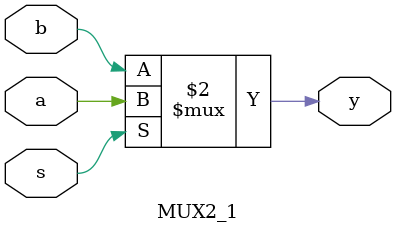
<source format=v>
`timescale 1ns / 1ps


module MUX2_1(input a,b,s,output reg y);
always @(*) 
begin 
y=(s)?a:b;
end
endmodule

</source>
